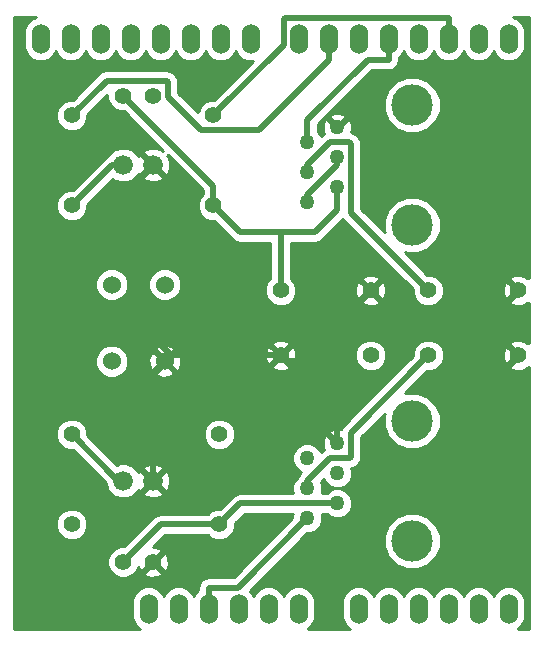
<source format=gbl>
G04 (created by PCBNEW-RS274X (2012-apr-16-27)-stable) date Thu 10 Jul 2014 06:21:53 PM PDT*
G01*
G70*
G90*
%MOIN*%
G04 Gerber Fmt 3.4, Leading zero omitted, Abs format*
%FSLAX34Y34*%
G04 APERTURE LIST*
%ADD10C,0.006000*%
%ADD11C,0.055000*%
%ADD12C,0.060000*%
%ADD13C,0.066000*%
%ADD14C,0.138000*%
%ADD15C,0.050000*%
%ADD16O,0.060000X0.100000*%
%ADD17C,0.020000*%
%ADD18C,0.010000*%
G04 APERTURE END LIST*
G54D10*
G54D11*
X27165Y-31177D03*
X27165Y-34177D03*
X27165Y-44807D03*
X27165Y-41807D03*
X31890Y-31177D03*
X31890Y-34177D03*
X32087Y-41807D03*
X32087Y-44807D03*
X34131Y-37008D03*
X37131Y-37008D03*
X37131Y-39173D03*
X34131Y-39173D03*
X39052Y-37008D03*
X42052Y-37008D03*
X39052Y-39173D03*
X42052Y-39173D03*
G54D12*
X28496Y-39371D03*
X30268Y-39371D03*
X28496Y-36811D03*
X30268Y-36811D03*
G54D13*
X28882Y-32825D03*
X29882Y-32825D03*
X28882Y-43356D03*
X29882Y-43356D03*
G54D14*
X38522Y-34825D03*
X38522Y-30825D03*
G54D15*
X35022Y-34075D03*
X36022Y-33575D03*
X35022Y-33075D03*
X36022Y-32575D03*
X35022Y-32075D03*
X36022Y-31575D03*
G54D14*
X38522Y-45356D03*
X38522Y-41356D03*
G54D15*
X35022Y-44606D03*
X36022Y-44106D03*
X35022Y-43606D03*
X36022Y-43106D03*
X35022Y-42606D03*
X36022Y-42106D03*
G54D11*
X28882Y-30512D03*
X29882Y-30512D03*
X28882Y-46063D03*
X29882Y-46063D03*
G54D16*
X41732Y-47622D03*
X40732Y-47622D03*
X39732Y-47622D03*
X36732Y-47622D03*
X37732Y-47622D03*
X38732Y-47622D03*
X34732Y-47622D03*
X33732Y-47622D03*
X32732Y-47622D03*
X30732Y-47622D03*
X29732Y-47622D03*
X41732Y-28622D03*
X40732Y-28622D03*
X39732Y-28622D03*
X38732Y-28622D03*
X37732Y-28622D03*
X36732Y-28622D03*
X35732Y-28622D03*
X34732Y-28622D03*
X33132Y-28622D03*
X32132Y-28622D03*
X31132Y-28622D03*
X30132Y-28622D03*
X29132Y-28622D03*
X28132Y-28622D03*
X27132Y-28622D03*
X26132Y-28622D03*
X31732Y-47622D03*
G54D17*
X36022Y-32826D02*
X35022Y-33826D01*
X32709Y-46919D02*
X35022Y-44606D01*
X36022Y-32575D02*
X36022Y-32826D01*
X35022Y-33826D02*
X35022Y-34075D01*
X31732Y-47622D02*
X31732Y-46919D01*
X31732Y-46919D02*
X32709Y-46919D01*
X35022Y-31332D02*
X35022Y-32075D01*
X37029Y-29325D02*
X35022Y-31332D01*
X37732Y-29325D02*
X37029Y-29325D01*
X37732Y-28622D02*
X37732Y-29325D01*
X28327Y-30015D02*
X27165Y-31177D01*
X35732Y-29325D02*
X33401Y-31656D01*
X33401Y-31656D02*
X31468Y-31656D01*
X30371Y-30559D02*
X30371Y-30072D01*
X31468Y-31656D02*
X30371Y-30559D01*
X30314Y-30015D02*
X28327Y-30015D01*
X30371Y-30072D02*
X30314Y-30015D01*
X35732Y-28622D02*
X35732Y-29325D01*
X34229Y-28838D02*
X31890Y-31177D01*
X34229Y-27976D02*
X34229Y-28838D01*
X34286Y-27919D02*
X34229Y-27976D01*
X39732Y-27919D02*
X34286Y-27919D01*
X39732Y-28622D02*
X39732Y-27919D01*
X34331Y-39373D02*
X34766Y-39373D01*
X30466Y-39173D02*
X34131Y-39173D01*
X30268Y-39371D02*
X30466Y-39173D01*
X29882Y-32825D02*
X29383Y-33324D01*
X29383Y-33324D02*
X29383Y-38090D01*
X29383Y-38090D02*
X30466Y-39173D01*
X29882Y-43356D02*
X29882Y-39757D01*
X29882Y-39757D02*
X30268Y-39371D01*
X34766Y-39373D02*
X37131Y-37008D01*
X36022Y-42106D02*
X36022Y-40629D01*
X36022Y-40629D02*
X34766Y-39373D01*
X34131Y-39173D02*
X34331Y-39373D01*
X28517Y-32825D02*
X27165Y-34177D01*
X28882Y-32825D02*
X28517Y-32825D01*
X36476Y-34432D02*
X39052Y-37008D01*
X35022Y-32826D02*
X35773Y-32075D01*
X36419Y-32075D02*
X36476Y-32132D01*
X35773Y-32075D02*
X36419Y-32075D01*
X36476Y-32132D02*
X36476Y-34432D01*
X35022Y-33075D02*
X35022Y-32826D01*
X36476Y-41749D02*
X39052Y-39173D01*
X36476Y-42549D02*
X36476Y-41749D01*
X36419Y-42606D02*
X36476Y-42549D01*
X35773Y-42606D02*
X36419Y-42606D01*
X35022Y-43357D02*
X35773Y-42606D01*
X35022Y-43606D02*
X35022Y-43357D01*
X28714Y-43356D02*
X27165Y-41807D01*
X28882Y-43356D02*
X28714Y-43356D01*
X31890Y-33520D02*
X31890Y-34177D01*
X28882Y-30512D02*
X31890Y-33520D01*
X35273Y-35075D02*
X36022Y-34326D01*
X36022Y-34326D02*
X36022Y-33575D01*
X31890Y-34177D02*
X32788Y-35075D01*
X32788Y-35075D02*
X34131Y-35075D01*
X34131Y-35075D02*
X34131Y-37008D01*
X34131Y-35075D02*
X35273Y-35075D01*
X30138Y-44807D02*
X32087Y-44807D01*
X28882Y-46063D02*
X30138Y-44807D01*
X32788Y-44106D02*
X32087Y-44807D01*
X36022Y-44106D02*
X32788Y-44106D01*
G54D10*
G36*
X29953Y-30512D02*
X29882Y-30583D01*
X29811Y-30512D01*
X29882Y-30441D01*
X29953Y-30512D01*
X29953Y-30512D01*
G37*
G54D18*
X29953Y-30512D02*
X29882Y-30583D01*
X29811Y-30512D01*
X29882Y-30441D01*
X29953Y-30512D01*
G54D10*
G36*
X32782Y-47672D02*
X32682Y-47672D01*
X32682Y-47572D01*
X32782Y-47572D01*
X32782Y-47672D01*
X32782Y-47672D01*
G37*
G54D18*
X32782Y-47672D02*
X32682Y-47672D01*
X32682Y-47572D01*
X32782Y-47572D01*
X32782Y-47672D01*
G54D10*
G36*
X42403Y-48297D02*
X42342Y-48297D01*
X42030Y-48297D01*
X42038Y-48294D01*
X42189Y-48142D01*
X42272Y-47944D01*
X42272Y-47729D01*
X42272Y-47301D01*
X42190Y-47102D01*
X42038Y-46951D01*
X41840Y-46868D01*
X41625Y-46868D01*
X41426Y-46950D01*
X41275Y-47102D01*
X41232Y-47204D01*
X41190Y-47102D01*
X41038Y-46951D01*
X40840Y-46868D01*
X40625Y-46868D01*
X40426Y-46950D01*
X40275Y-47102D01*
X40232Y-47204D01*
X40190Y-47102D01*
X40038Y-46951D01*
X39840Y-46868D01*
X39625Y-46868D01*
X39462Y-46935D01*
X39462Y-45544D01*
X39462Y-45170D01*
X39319Y-44824D01*
X39055Y-44560D01*
X38710Y-44416D01*
X38336Y-44416D01*
X37990Y-44559D01*
X37726Y-44823D01*
X37582Y-45168D01*
X37582Y-45542D01*
X37725Y-45888D01*
X37989Y-46152D01*
X38334Y-46296D01*
X38708Y-46296D01*
X39054Y-46153D01*
X39318Y-45889D01*
X39462Y-45544D01*
X39462Y-46935D01*
X39426Y-46950D01*
X39275Y-47102D01*
X39232Y-47204D01*
X39190Y-47102D01*
X39038Y-46951D01*
X38840Y-46868D01*
X38625Y-46868D01*
X38426Y-46950D01*
X38275Y-47102D01*
X38232Y-47204D01*
X38190Y-47102D01*
X38038Y-46951D01*
X37840Y-46868D01*
X37625Y-46868D01*
X37426Y-46950D01*
X37275Y-47102D01*
X37232Y-47204D01*
X37190Y-47102D01*
X37038Y-46951D01*
X36840Y-46868D01*
X36625Y-46868D01*
X36426Y-46950D01*
X36275Y-47102D01*
X36192Y-47300D01*
X36192Y-47515D01*
X36192Y-47943D01*
X36274Y-48142D01*
X36426Y-48293D01*
X36435Y-48297D01*
X35030Y-48297D01*
X35038Y-48294D01*
X35189Y-48142D01*
X35272Y-47944D01*
X35272Y-47729D01*
X35272Y-47301D01*
X35190Y-47102D01*
X35038Y-46951D01*
X34840Y-46868D01*
X34625Y-46868D01*
X34426Y-46950D01*
X34275Y-47102D01*
X34232Y-47204D01*
X34190Y-47102D01*
X34038Y-46951D01*
X33840Y-46868D01*
X33625Y-46868D01*
X33426Y-46950D01*
X33275Y-47102D01*
X33232Y-47203D01*
X33221Y-47165D01*
X33102Y-47019D01*
X35017Y-45105D01*
X35121Y-45105D01*
X35304Y-45029D01*
X35445Y-44889D01*
X35521Y-44705D01*
X35521Y-44507D01*
X35499Y-44456D01*
X35666Y-44456D01*
X35739Y-44529D01*
X35923Y-44605D01*
X36121Y-44605D01*
X36304Y-44529D01*
X36445Y-44389D01*
X36521Y-44205D01*
X36521Y-44007D01*
X36445Y-43824D01*
X36305Y-43683D01*
X36121Y-43607D01*
X35923Y-43607D01*
X35740Y-43683D01*
X35666Y-43756D01*
X35499Y-43756D01*
X35521Y-43705D01*
X35521Y-43507D01*
X35475Y-43397D01*
X35565Y-43307D01*
X35599Y-43388D01*
X35739Y-43529D01*
X35923Y-43605D01*
X36121Y-43605D01*
X36304Y-43529D01*
X36445Y-43389D01*
X36521Y-43205D01*
X36521Y-43007D01*
X36493Y-42940D01*
X36553Y-42929D01*
X36666Y-42853D01*
X36723Y-42797D01*
X36723Y-42796D01*
X36799Y-42683D01*
X36825Y-42549D01*
X36826Y-42549D01*
X36826Y-41893D01*
X37604Y-41114D01*
X37582Y-41168D01*
X37582Y-41542D01*
X37725Y-41888D01*
X37989Y-42152D01*
X38334Y-42296D01*
X38708Y-42296D01*
X39054Y-42153D01*
X39318Y-41889D01*
X39462Y-41544D01*
X39462Y-41170D01*
X39319Y-40824D01*
X39055Y-40560D01*
X38710Y-40416D01*
X38336Y-40416D01*
X38279Y-40439D01*
X39021Y-39698D01*
X39156Y-39698D01*
X39349Y-39618D01*
X39497Y-39471D01*
X39577Y-39278D01*
X39577Y-39069D01*
X39497Y-38876D01*
X39350Y-38728D01*
X39157Y-38648D01*
X38948Y-38648D01*
X38755Y-38728D01*
X38607Y-38875D01*
X38527Y-39068D01*
X38527Y-39204D01*
X37656Y-40075D01*
X37656Y-39278D01*
X37656Y-39069D01*
X37650Y-39054D01*
X37650Y-37082D01*
X37639Y-36878D01*
X37583Y-36741D01*
X37492Y-36718D01*
X37421Y-36789D01*
X37421Y-36647D01*
X37398Y-36556D01*
X37205Y-36489D01*
X37001Y-36500D01*
X36864Y-36556D01*
X36841Y-36647D01*
X37131Y-36937D01*
X37421Y-36647D01*
X37421Y-36789D01*
X37202Y-37008D01*
X37492Y-37298D01*
X37583Y-37275D01*
X37650Y-37082D01*
X37650Y-39054D01*
X37576Y-38876D01*
X37429Y-38728D01*
X37421Y-38724D01*
X37421Y-37369D01*
X37131Y-37079D01*
X37060Y-37150D01*
X37060Y-37008D01*
X36770Y-36718D01*
X36679Y-36741D01*
X36612Y-36934D01*
X36623Y-37138D01*
X36679Y-37275D01*
X36770Y-37298D01*
X37060Y-37008D01*
X37060Y-37150D01*
X36841Y-37369D01*
X36864Y-37460D01*
X37057Y-37527D01*
X37261Y-37516D01*
X37398Y-37460D01*
X37421Y-37369D01*
X37421Y-38724D01*
X37236Y-38648D01*
X37027Y-38648D01*
X36834Y-38728D01*
X36686Y-38875D01*
X36606Y-39068D01*
X36606Y-39277D01*
X36686Y-39470D01*
X36833Y-39618D01*
X37026Y-39698D01*
X37235Y-39698D01*
X37428Y-39618D01*
X37576Y-39471D01*
X37656Y-39278D01*
X37656Y-40075D01*
X36229Y-41502D01*
X36153Y-41615D01*
X36149Y-41631D01*
X36090Y-41611D01*
X35895Y-41623D01*
X35770Y-41675D01*
X35750Y-41763D01*
X35987Y-42000D01*
X36022Y-42035D01*
X36093Y-42106D01*
X36022Y-42177D01*
X35951Y-42106D01*
X35916Y-42071D01*
X35679Y-41834D01*
X35591Y-41854D01*
X35527Y-42038D01*
X35539Y-42233D01*
X35576Y-42324D01*
X35525Y-42359D01*
X35478Y-42405D01*
X35445Y-42324D01*
X35305Y-42183D01*
X35121Y-42107D01*
X34923Y-42107D01*
X34740Y-42183D01*
X34650Y-42272D01*
X34650Y-39247D01*
X34639Y-39043D01*
X34583Y-38906D01*
X34492Y-38883D01*
X34421Y-38954D01*
X34421Y-38812D01*
X34398Y-38721D01*
X34205Y-38654D01*
X34001Y-38665D01*
X33864Y-38721D01*
X33841Y-38812D01*
X34131Y-39102D01*
X34421Y-38812D01*
X34421Y-38954D01*
X34202Y-39173D01*
X34492Y-39463D01*
X34583Y-39440D01*
X34650Y-39247D01*
X34650Y-42272D01*
X34599Y-42323D01*
X34523Y-42507D01*
X34523Y-42705D01*
X34599Y-42888D01*
X34739Y-43029D01*
X34821Y-43063D01*
X34775Y-43110D01*
X34699Y-43223D01*
X34698Y-43223D01*
X34599Y-43323D01*
X34523Y-43507D01*
X34523Y-43705D01*
X34544Y-43756D01*
X34421Y-43756D01*
X34421Y-39534D01*
X34131Y-39244D01*
X34060Y-39315D01*
X34060Y-39173D01*
X33770Y-38883D01*
X33679Y-38906D01*
X33612Y-39099D01*
X33623Y-39303D01*
X33679Y-39440D01*
X33770Y-39463D01*
X34060Y-39173D01*
X34060Y-39315D01*
X33841Y-39534D01*
X33864Y-39625D01*
X34057Y-39692D01*
X34261Y-39681D01*
X34398Y-39625D01*
X34421Y-39534D01*
X34421Y-43756D01*
X32788Y-43756D01*
X32654Y-43783D01*
X32612Y-43811D01*
X32612Y-41912D01*
X32612Y-41703D01*
X32532Y-41510D01*
X32385Y-41362D01*
X32192Y-41282D01*
X31983Y-41282D01*
X31790Y-41362D01*
X31642Y-41509D01*
X31562Y-41702D01*
X31562Y-41911D01*
X31642Y-42104D01*
X31789Y-42252D01*
X31982Y-42332D01*
X32191Y-42332D01*
X32384Y-42252D01*
X32532Y-42105D01*
X32612Y-41912D01*
X32612Y-43811D01*
X32540Y-43859D01*
X32117Y-44282D01*
X31983Y-44282D01*
X31790Y-44362D01*
X31694Y-44457D01*
X30817Y-44457D01*
X30817Y-36920D01*
X30817Y-36702D01*
X30733Y-36500D01*
X30579Y-36346D01*
X30455Y-36294D01*
X30377Y-36262D01*
X30211Y-36262D01*
X30211Y-33225D01*
X29882Y-32896D01*
X29811Y-32967D01*
X29811Y-32825D01*
X29482Y-32496D01*
X29386Y-32526D01*
X29374Y-32497D01*
X29211Y-32334D01*
X28998Y-32245D01*
X28767Y-32245D01*
X28554Y-32333D01*
X28391Y-32496D01*
X28388Y-32500D01*
X28383Y-32502D01*
X28270Y-32578D01*
X27196Y-33652D01*
X27061Y-33652D01*
X26868Y-33732D01*
X26720Y-33879D01*
X26640Y-34072D01*
X26640Y-34281D01*
X26720Y-34474D01*
X26867Y-34622D01*
X27060Y-34702D01*
X27269Y-34702D01*
X27462Y-34622D01*
X27610Y-34475D01*
X27690Y-34282D01*
X27690Y-34146D01*
X28536Y-33299D01*
X28553Y-33316D01*
X28766Y-33405D01*
X28997Y-33405D01*
X29210Y-33317D01*
X29373Y-33154D01*
X29385Y-33122D01*
X29386Y-33123D01*
X29482Y-33154D01*
X29811Y-32825D01*
X29811Y-32967D01*
X29553Y-33225D01*
X29584Y-33321D01*
X29796Y-33398D01*
X30021Y-33387D01*
X30180Y-33321D01*
X30211Y-33225D01*
X30211Y-36262D01*
X30159Y-36262D01*
X29957Y-36346D01*
X29803Y-36500D01*
X29719Y-36702D01*
X29719Y-36920D01*
X29803Y-37122D01*
X29957Y-37276D01*
X30159Y-37360D01*
X30377Y-37360D01*
X30579Y-37276D01*
X30733Y-37122D01*
X30817Y-36920D01*
X30817Y-44457D01*
X30811Y-44457D01*
X30811Y-39450D01*
X30800Y-39237D01*
X30740Y-39090D01*
X30646Y-39063D01*
X30576Y-39133D01*
X30576Y-38993D01*
X30549Y-38899D01*
X30347Y-38828D01*
X30134Y-38839D01*
X29987Y-38899D01*
X29960Y-38993D01*
X30268Y-39300D01*
X30576Y-38993D01*
X30576Y-39133D01*
X30339Y-39371D01*
X30646Y-39679D01*
X30740Y-39652D01*
X30811Y-39450D01*
X30811Y-44457D01*
X30576Y-44457D01*
X30576Y-39749D01*
X30268Y-39442D01*
X30197Y-39512D01*
X30197Y-39371D01*
X29890Y-39063D01*
X29796Y-39090D01*
X29725Y-39292D01*
X29736Y-39505D01*
X29796Y-39652D01*
X29890Y-39679D01*
X30197Y-39371D01*
X30197Y-39512D01*
X29960Y-39749D01*
X29987Y-39843D01*
X30189Y-39914D01*
X30402Y-39903D01*
X30549Y-39843D01*
X30576Y-39749D01*
X30576Y-44457D01*
X30455Y-44457D01*
X30455Y-43442D01*
X30444Y-43217D01*
X30378Y-43058D01*
X30282Y-43027D01*
X30211Y-43098D01*
X30211Y-42956D01*
X30180Y-42860D01*
X29968Y-42783D01*
X29743Y-42794D01*
X29584Y-42860D01*
X29553Y-42956D01*
X29882Y-43285D01*
X30211Y-42956D01*
X30211Y-43098D01*
X29953Y-43356D01*
X30282Y-43685D01*
X30378Y-43654D01*
X30455Y-43442D01*
X30455Y-44457D01*
X30211Y-44457D01*
X30211Y-43756D01*
X29882Y-43427D01*
X29811Y-43498D01*
X29811Y-43356D01*
X29482Y-43027D01*
X29386Y-43057D01*
X29374Y-43028D01*
X29211Y-42865D01*
X29045Y-42795D01*
X29045Y-39480D01*
X29045Y-39262D01*
X29045Y-36920D01*
X29045Y-36702D01*
X28961Y-36500D01*
X28807Y-36346D01*
X28605Y-36262D01*
X28387Y-36262D01*
X28185Y-36346D01*
X28031Y-36500D01*
X27947Y-36702D01*
X27947Y-36920D01*
X28031Y-37122D01*
X28185Y-37276D01*
X28387Y-37360D01*
X28605Y-37360D01*
X28807Y-37276D01*
X28961Y-37122D01*
X29045Y-36920D01*
X29045Y-39262D01*
X28961Y-39060D01*
X28807Y-38906D01*
X28605Y-38822D01*
X28387Y-38822D01*
X28185Y-38906D01*
X28031Y-39060D01*
X27947Y-39262D01*
X27947Y-39480D01*
X28031Y-39682D01*
X28185Y-39836D01*
X28387Y-39920D01*
X28605Y-39920D01*
X28807Y-39836D01*
X28961Y-39682D01*
X29045Y-39480D01*
X29045Y-42795D01*
X28998Y-42776D01*
X28767Y-42776D01*
X28669Y-42816D01*
X27690Y-41837D01*
X27690Y-41703D01*
X27610Y-41510D01*
X27463Y-41362D01*
X27270Y-41282D01*
X27061Y-41282D01*
X26868Y-41362D01*
X26720Y-41509D01*
X26640Y-41702D01*
X26640Y-41911D01*
X26720Y-42104D01*
X26867Y-42252D01*
X27060Y-42332D01*
X27195Y-42332D01*
X28302Y-43438D01*
X28302Y-43471D01*
X28390Y-43684D01*
X28553Y-43847D01*
X28766Y-43936D01*
X28997Y-43936D01*
X29210Y-43848D01*
X29373Y-43685D01*
X29385Y-43653D01*
X29386Y-43654D01*
X29482Y-43685D01*
X29811Y-43356D01*
X29811Y-43498D01*
X29553Y-43756D01*
X29584Y-43852D01*
X29796Y-43929D01*
X30021Y-43918D01*
X30180Y-43852D01*
X30211Y-43756D01*
X30211Y-44457D01*
X30138Y-44457D01*
X30004Y-44484D01*
X29890Y-44560D01*
X28912Y-45538D01*
X28778Y-45538D01*
X28585Y-45618D01*
X28437Y-45765D01*
X28357Y-45958D01*
X28357Y-46167D01*
X28437Y-46360D01*
X28584Y-46508D01*
X28777Y-46588D01*
X28986Y-46588D01*
X29179Y-46508D01*
X29327Y-46361D01*
X29385Y-46220D01*
X29430Y-46330D01*
X29521Y-46353D01*
X29776Y-46098D01*
X29811Y-46063D01*
X29882Y-45992D01*
X29917Y-45957D01*
X30172Y-45702D01*
X30149Y-45611D01*
X29956Y-45544D01*
X29892Y-45547D01*
X30282Y-45157D01*
X31694Y-45157D01*
X31789Y-45252D01*
X31982Y-45332D01*
X32191Y-45332D01*
X32384Y-45252D01*
X32532Y-45105D01*
X32612Y-44912D01*
X32612Y-44776D01*
X32932Y-44456D01*
X34544Y-44456D01*
X34523Y-44507D01*
X34523Y-44610D01*
X32564Y-46569D01*
X31732Y-46569D01*
X31598Y-46596D01*
X31485Y-46672D01*
X31409Y-46785D01*
X31382Y-46919D01*
X31382Y-46994D01*
X31275Y-47102D01*
X31232Y-47204D01*
X31190Y-47102D01*
X31038Y-46951D01*
X30840Y-46868D01*
X30625Y-46868D01*
X30426Y-46950D01*
X30401Y-46975D01*
X30401Y-46137D01*
X30390Y-45933D01*
X30334Y-45796D01*
X30243Y-45773D01*
X29953Y-46063D01*
X30243Y-46353D01*
X30334Y-46330D01*
X30401Y-46137D01*
X30401Y-46975D01*
X30275Y-47102D01*
X30232Y-47204D01*
X30190Y-47102D01*
X30172Y-47084D01*
X30172Y-46424D01*
X29882Y-46134D01*
X29592Y-46424D01*
X29615Y-46515D01*
X29808Y-46582D01*
X30012Y-46571D01*
X30149Y-46515D01*
X30172Y-46424D01*
X30172Y-47084D01*
X30038Y-46951D01*
X29840Y-46868D01*
X29625Y-46868D01*
X29426Y-46950D01*
X29275Y-47102D01*
X29192Y-47300D01*
X29192Y-47515D01*
X29192Y-47943D01*
X29274Y-48142D01*
X29426Y-48293D01*
X29435Y-48297D01*
X27690Y-48297D01*
X27690Y-44912D01*
X27690Y-44703D01*
X27610Y-44510D01*
X27463Y-44362D01*
X27270Y-44282D01*
X27061Y-44282D01*
X26868Y-44362D01*
X26720Y-44509D01*
X26640Y-44702D01*
X26640Y-44911D01*
X26720Y-45104D01*
X26867Y-45252D01*
X27060Y-45332D01*
X27269Y-45332D01*
X27462Y-45252D01*
X27610Y-45105D01*
X27690Y-44912D01*
X27690Y-48297D01*
X25258Y-48297D01*
X25258Y-27884D01*
X25986Y-27884D01*
X25826Y-27950D01*
X25675Y-28102D01*
X25592Y-28300D01*
X25592Y-28515D01*
X25592Y-28943D01*
X25674Y-29142D01*
X25826Y-29293D01*
X26024Y-29376D01*
X26239Y-29376D01*
X26438Y-29294D01*
X26589Y-29142D01*
X26631Y-29039D01*
X26674Y-29142D01*
X26826Y-29293D01*
X27024Y-29376D01*
X27239Y-29376D01*
X27438Y-29294D01*
X27589Y-29142D01*
X27631Y-29039D01*
X27674Y-29142D01*
X27826Y-29293D01*
X28024Y-29376D01*
X28239Y-29376D01*
X28438Y-29294D01*
X28589Y-29142D01*
X28631Y-29039D01*
X28674Y-29142D01*
X28826Y-29293D01*
X29024Y-29376D01*
X29239Y-29376D01*
X29438Y-29294D01*
X29589Y-29142D01*
X29631Y-29039D01*
X29674Y-29142D01*
X29826Y-29293D01*
X30024Y-29376D01*
X30239Y-29376D01*
X30438Y-29294D01*
X30589Y-29142D01*
X30631Y-29039D01*
X30674Y-29142D01*
X30826Y-29293D01*
X31024Y-29376D01*
X31239Y-29376D01*
X31438Y-29294D01*
X31589Y-29142D01*
X31631Y-29039D01*
X31674Y-29142D01*
X31826Y-29293D01*
X32024Y-29376D01*
X32239Y-29376D01*
X32438Y-29294D01*
X32589Y-29142D01*
X32631Y-29039D01*
X32674Y-29142D01*
X32826Y-29293D01*
X33024Y-29376D01*
X33196Y-29376D01*
X31920Y-30652D01*
X31786Y-30652D01*
X31593Y-30732D01*
X31445Y-30879D01*
X31369Y-31062D01*
X30721Y-30414D01*
X30721Y-30072D01*
X30694Y-29938D01*
X30618Y-29825D01*
X30618Y-29824D01*
X30561Y-29768D01*
X30448Y-29692D01*
X30314Y-29665D01*
X28327Y-29665D01*
X28193Y-29692D01*
X28079Y-29768D01*
X27195Y-30652D01*
X27061Y-30652D01*
X26868Y-30732D01*
X26720Y-30879D01*
X26640Y-31072D01*
X26640Y-31281D01*
X26720Y-31474D01*
X26867Y-31622D01*
X27060Y-31702D01*
X27269Y-31702D01*
X27462Y-31622D01*
X27610Y-31475D01*
X27690Y-31282D01*
X27690Y-31146D01*
X28357Y-30479D01*
X28357Y-30616D01*
X28437Y-30809D01*
X28584Y-30957D01*
X28777Y-31037D01*
X28912Y-31037D01*
X30220Y-32344D01*
X30193Y-32371D01*
X30180Y-32329D01*
X29968Y-32252D01*
X29743Y-32263D01*
X29584Y-32329D01*
X29553Y-32425D01*
X29847Y-32719D01*
X29882Y-32754D01*
X29953Y-32825D01*
X29988Y-32860D01*
X30282Y-33154D01*
X30378Y-33123D01*
X30455Y-32911D01*
X30444Y-32686D01*
X30378Y-32527D01*
X30335Y-32513D01*
X30362Y-32486D01*
X31540Y-33664D01*
X31540Y-33784D01*
X31445Y-33879D01*
X31365Y-34072D01*
X31365Y-34281D01*
X31445Y-34474D01*
X31592Y-34622D01*
X31785Y-34702D01*
X31920Y-34702D01*
X32540Y-35322D01*
X32541Y-35322D01*
X32585Y-35352D01*
X32654Y-35398D01*
X32787Y-35424D01*
X32788Y-35425D01*
X33781Y-35425D01*
X33781Y-36615D01*
X33686Y-36710D01*
X33606Y-36903D01*
X33606Y-37112D01*
X33686Y-37305D01*
X33833Y-37453D01*
X34026Y-37533D01*
X34235Y-37533D01*
X34428Y-37453D01*
X34576Y-37306D01*
X34656Y-37113D01*
X34656Y-36904D01*
X34576Y-36711D01*
X34481Y-36615D01*
X34481Y-35425D01*
X35273Y-35425D01*
X35273Y-35424D01*
X35407Y-35398D01*
X35520Y-35322D01*
X36202Y-34640D01*
X36229Y-34679D01*
X38527Y-36977D01*
X38527Y-37112D01*
X38607Y-37305D01*
X38754Y-37453D01*
X38947Y-37533D01*
X39156Y-37533D01*
X39349Y-37453D01*
X39497Y-37306D01*
X39577Y-37113D01*
X39577Y-36904D01*
X39497Y-36711D01*
X39350Y-36563D01*
X39157Y-36483D01*
X39021Y-36483D01*
X38280Y-35742D01*
X38334Y-35765D01*
X38708Y-35765D01*
X39054Y-35622D01*
X39318Y-35358D01*
X39462Y-35013D01*
X39462Y-34639D01*
X39462Y-31013D01*
X39462Y-30639D01*
X39319Y-30293D01*
X39055Y-30029D01*
X38710Y-29885D01*
X38336Y-29885D01*
X37990Y-30028D01*
X37726Y-30292D01*
X37582Y-30637D01*
X37582Y-31011D01*
X37725Y-31357D01*
X37989Y-31621D01*
X38334Y-31765D01*
X38708Y-31765D01*
X39054Y-31622D01*
X39318Y-31358D01*
X39462Y-31013D01*
X39462Y-34639D01*
X39319Y-34293D01*
X39055Y-34029D01*
X38710Y-33885D01*
X38336Y-33885D01*
X37990Y-34028D01*
X37726Y-34292D01*
X37582Y-34637D01*
X37582Y-35011D01*
X37605Y-35067D01*
X36826Y-34288D01*
X36826Y-32132D01*
X36799Y-31998D01*
X36723Y-31885D01*
X36723Y-31884D01*
X36666Y-31828D01*
X36553Y-31752D01*
X36483Y-31738D01*
X36517Y-31643D01*
X36505Y-31448D01*
X36453Y-31323D01*
X36365Y-31303D01*
X36294Y-31374D01*
X36294Y-31232D01*
X36274Y-31144D01*
X36090Y-31080D01*
X35895Y-31092D01*
X35770Y-31144D01*
X35750Y-31232D01*
X36022Y-31504D01*
X36294Y-31232D01*
X36294Y-31374D01*
X36128Y-31540D01*
X36093Y-31575D01*
X36022Y-31646D01*
X35951Y-31575D01*
X35916Y-31540D01*
X35679Y-31303D01*
X35591Y-31323D01*
X35527Y-31507D01*
X35539Y-31702D01*
X35576Y-31793D01*
X35525Y-31828D01*
X35478Y-31874D01*
X35445Y-31793D01*
X35372Y-31719D01*
X35372Y-31476D01*
X37173Y-29675D01*
X37732Y-29675D01*
X37866Y-29648D01*
X37979Y-29572D01*
X38055Y-29459D01*
X38082Y-29325D01*
X38082Y-29249D01*
X38189Y-29142D01*
X38231Y-29039D01*
X38274Y-29142D01*
X38426Y-29293D01*
X38624Y-29376D01*
X38839Y-29376D01*
X39038Y-29294D01*
X39189Y-29142D01*
X39231Y-29039D01*
X39274Y-29142D01*
X39426Y-29293D01*
X39624Y-29376D01*
X39839Y-29376D01*
X40038Y-29294D01*
X40189Y-29142D01*
X40231Y-29039D01*
X40274Y-29142D01*
X40426Y-29293D01*
X40624Y-29376D01*
X40839Y-29376D01*
X41038Y-29294D01*
X41189Y-29142D01*
X41231Y-29039D01*
X41274Y-29142D01*
X41426Y-29293D01*
X41624Y-29376D01*
X41839Y-29376D01*
X42038Y-29294D01*
X42189Y-29142D01*
X42272Y-28944D01*
X42272Y-28729D01*
X42272Y-28301D01*
X42190Y-28102D01*
X42038Y-27951D01*
X41878Y-27884D01*
X42403Y-27884D01*
X42403Y-36604D01*
X42359Y-36560D01*
X42327Y-36591D01*
X42319Y-36556D01*
X42126Y-36489D01*
X41922Y-36500D01*
X41785Y-36556D01*
X41762Y-36647D01*
X42017Y-36902D01*
X42052Y-36937D01*
X42123Y-37008D01*
X42052Y-37079D01*
X42017Y-37114D01*
X41981Y-37150D01*
X41981Y-37008D01*
X41691Y-36718D01*
X41600Y-36741D01*
X41533Y-36934D01*
X41544Y-37138D01*
X41600Y-37275D01*
X41691Y-37298D01*
X41981Y-37008D01*
X41981Y-37150D01*
X41762Y-37369D01*
X41785Y-37460D01*
X41978Y-37527D01*
X42182Y-37516D01*
X42319Y-37460D01*
X42327Y-37424D01*
X42342Y-37439D01*
X42359Y-37456D01*
X42403Y-37412D01*
X42403Y-38769D01*
X42359Y-38725D01*
X42342Y-38742D01*
X42327Y-38756D01*
X42319Y-38721D01*
X42126Y-38654D01*
X41922Y-38665D01*
X41785Y-38721D01*
X41762Y-38812D01*
X42017Y-39067D01*
X42052Y-39102D01*
X42123Y-39173D01*
X42052Y-39244D01*
X42017Y-39279D01*
X41981Y-39315D01*
X41981Y-39173D01*
X41691Y-38883D01*
X41600Y-38906D01*
X41533Y-39099D01*
X41544Y-39303D01*
X41600Y-39440D01*
X41691Y-39463D01*
X41981Y-39173D01*
X41981Y-39315D01*
X41762Y-39534D01*
X41785Y-39625D01*
X41978Y-39692D01*
X42182Y-39681D01*
X42319Y-39625D01*
X42327Y-39589D01*
X42342Y-39604D01*
X42359Y-39621D01*
X42403Y-39577D01*
X42403Y-48297D01*
X42403Y-48297D01*
G37*
G54D18*
X42403Y-48297D02*
X42342Y-48297D01*
X42030Y-48297D01*
X42038Y-48294D01*
X42189Y-48142D01*
X42272Y-47944D01*
X42272Y-47729D01*
X42272Y-47301D01*
X42190Y-47102D01*
X42038Y-46951D01*
X41840Y-46868D01*
X41625Y-46868D01*
X41426Y-46950D01*
X41275Y-47102D01*
X41232Y-47204D01*
X41190Y-47102D01*
X41038Y-46951D01*
X40840Y-46868D01*
X40625Y-46868D01*
X40426Y-46950D01*
X40275Y-47102D01*
X40232Y-47204D01*
X40190Y-47102D01*
X40038Y-46951D01*
X39840Y-46868D01*
X39625Y-46868D01*
X39462Y-46935D01*
X39462Y-45544D01*
X39462Y-45170D01*
X39319Y-44824D01*
X39055Y-44560D01*
X38710Y-44416D01*
X38336Y-44416D01*
X37990Y-44559D01*
X37726Y-44823D01*
X37582Y-45168D01*
X37582Y-45542D01*
X37725Y-45888D01*
X37989Y-46152D01*
X38334Y-46296D01*
X38708Y-46296D01*
X39054Y-46153D01*
X39318Y-45889D01*
X39462Y-45544D01*
X39462Y-46935D01*
X39426Y-46950D01*
X39275Y-47102D01*
X39232Y-47204D01*
X39190Y-47102D01*
X39038Y-46951D01*
X38840Y-46868D01*
X38625Y-46868D01*
X38426Y-46950D01*
X38275Y-47102D01*
X38232Y-47204D01*
X38190Y-47102D01*
X38038Y-46951D01*
X37840Y-46868D01*
X37625Y-46868D01*
X37426Y-46950D01*
X37275Y-47102D01*
X37232Y-47204D01*
X37190Y-47102D01*
X37038Y-46951D01*
X36840Y-46868D01*
X36625Y-46868D01*
X36426Y-46950D01*
X36275Y-47102D01*
X36192Y-47300D01*
X36192Y-47515D01*
X36192Y-47943D01*
X36274Y-48142D01*
X36426Y-48293D01*
X36435Y-48297D01*
X35030Y-48297D01*
X35038Y-48294D01*
X35189Y-48142D01*
X35272Y-47944D01*
X35272Y-47729D01*
X35272Y-47301D01*
X35190Y-47102D01*
X35038Y-46951D01*
X34840Y-46868D01*
X34625Y-46868D01*
X34426Y-46950D01*
X34275Y-47102D01*
X34232Y-47204D01*
X34190Y-47102D01*
X34038Y-46951D01*
X33840Y-46868D01*
X33625Y-46868D01*
X33426Y-46950D01*
X33275Y-47102D01*
X33232Y-47203D01*
X33221Y-47165D01*
X33102Y-47019D01*
X35017Y-45105D01*
X35121Y-45105D01*
X35304Y-45029D01*
X35445Y-44889D01*
X35521Y-44705D01*
X35521Y-44507D01*
X35499Y-44456D01*
X35666Y-44456D01*
X35739Y-44529D01*
X35923Y-44605D01*
X36121Y-44605D01*
X36304Y-44529D01*
X36445Y-44389D01*
X36521Y-44205D01*
X36521Y-44007D01*
X36445Y-43824D01*
X36305Y-43683D01*
X36121Y-43607D01*
X35923Y-43607D01*
X35740Y-43683D01*
X35666Y-43756D01*
X35499Y-43756D01*
X35521Y-43705D01*
X35521Y-43507D01*
X35475Y-43397D01*
X35565Y-43307D01*
X35599Y-43388D01*
X35739Y-43529D01*
X35923Y-43605D01*
X36121Y-43605D01*
X36304Y-43529D01*
X36445Y-43389D01*
X36521Y-43205D01*
X36521Y-43007D01*
X36493Y-42940D01*
X36553Y-42929D01*
X36666Y-42853D01*
X36723Y-42797D01*
X36723Y-42796D01*
X36799Y-42683D01*
X36825Y-42549D01*
X36826Y-42549D01*
X36826Y-41893D01*
X37604Y-41114D01*
X37582Y-41168D01*
X37582Y-41542D01*
X37725Y-41888D01*
X37989Y-42152D01*
X38334Y-42296D01*
X38708Y-42296D01*
X39054Y-42153D01*
X39318Y-41889D01*
X39462Y-41544D01*
X39462Y-41170D01*
X39319Y-40824D01*
X39055Y-40560D01*
X38710Y-40416D01*
X38336Y-40416D01*
X38279Y-40439D01*
X39021Y-39698D01*
X39156Y-39698D01*
X39349Y-39618D01*
X39497Y-39471D01*
X39577Y-39278D01*
X39577Y-39069D01*
X39497Y-38876D01*
X39350Y-38728D01*
X39157Y-38648D01*
X38948Y-38648D01*
X38755Y-38728D01*
X38607Y-38875D01*
X38527Y-39068D01*
X38527Y-39204D01*
X37656Y-40075D01*
X37656Y-39278D01*
X37656Y-39069D01*
X37650Y-39054D01*
X37650Y-37082D01*
X37639Y-36878D01*
X37583Y-36741D01*
X37492Y-36718D01*
X37421Y-36789D01*
X37421Y-36647D01*
X37398Y-36556D01*
X37205Y-36489D01*
X37001Y-36500D01*
X36864Y-36556D01*
X36841Y-36647D01*
X37131Y-36937D01*
X37421Y-36647D01*
X37421Y-36789D01*
X37202Y-37008D01*
X37492Y-37298D01*
X37583Y-37275D01*
X37650Y-37082D01*
X37650Y-39054D01*
X37576Y-38876D01*
X37429Y-38728D01*
X37421Y-38724D01*
X37421Y-37369D01*
X37131Y-37079D01*
X37060Y-37150D01*
X37060Y-37008D01*
X36770Y-36718D01*
X36679Y-36741D01*
X36612Y-36934D01*
X36623Y-37138D01*
X36679Y-37275D01*
X36770Y-37298D01*
X37060Y-37008D01*
X37060Y-37150D01*
X36841Y-37369D01*
X36864Y-37460D01*
X37057Y-37527D01*
X37261Y-37516D01*
X37398Y-37460D01*
X37421Y-37369D01*
X37421Y-38724D01*
X37236Y-38648D01*
X37027Y-38648D01*
X36834Y-38728D01*
X36686Y-38875D01*
X36606Y-39068D01*
X36606Y-39277D01*
X36686Y-39470D01*
X36833Y-39618D01*
X37026Y-39698D01*
X37235Y-39698D01*
X37428Y-39618D01*
X37576Y-39471D01*
X37656Y-39278D01*
X37656Y-40075D01*
X36229Y-41502D01*
X36153Y-41615D01*
X36149Y-41631D01*
X36090Y-41611D01*
X35895Y-41623D01*
X35770Y-41675D01*
X35750Y-41763D01*
X35987Y-42000D01*
X36022Y-42035D01*
X36093Y-42106D01*
X36022Y-42177D01*
X35951Y-42106D01*
X35916Y-42071D01*
X35679Y-41834D01*
X35591Y-41854D01*
X35527Y-42038D01*
X35539Y-42233D01*
X35576Y-42324D01*
X35525Y-42359D01*
X35478Y-42405D01*
X35445Y-42324D01*
X35305Y-42183D01*
X35121Y-42107D01*
X34923Y-42107D01*
X34740Y-42183D01*
X34650Y-42272D01*
X34650Y-39247D01*
X34639Y-39043D01*
X34583Y-38906D01*
X34492Y-38883D01*
X34421Y-38954D01*
X34421Y-38812D01*
X34398Y-38721D01*
X34205Y-38654D01*
X34001Y-38665D01*
X33864Y-38721D01*
X33841Y-38812D01*
X34131Y-39102D01*
X34421Y-38812D01*
X34421Y-38954D01*
X34202Y-39173D01*
X34492Y-39463D01*
X34583Y-39440D01*
X34650Y-39247D01*
X34650Y-42272D01*
X34599Y-42323D01*
X34523Y-42507D01*
X34523Y-42705D01*
X34599Y-42888D01*
X34739Y-43029D01*
X34821Y-43063D01*
X34775Y-43110D01*
X34699Y-43223D01*
X34698Y-43223D01*
X34599Y-43323D01*
X34523Y-43507D01*
X34523Y-43705D01*
X34544Y-43756D01*
X34421Y-43756D01*
X34421Y-39534D01*
X34131Y-39244D01*
X34060Y-39315D01*
X34060Y-39173D01*
X33770Y-38883D01*
X33679Y-38906D01*
X33612Y-39099D01*
X33623Y-39303D01*
X33679Y-39440D01*
X33770Y-39463D01*
X34060Y-39173D01*
X34060Y-39315D01*
X33841Y-39534D01*
X33864Y-39625D01*
X34057Y-39692D01*
X34261Y-39681D01*
X34398Y-39625D01*
X34421Y-39534D01*
X34421Y-43756D01*
X32788Y-43756D01*
X32654Y-43783D01*
X32612Y-43811D01*
X32612Y-41912D01*
X32612Y-41703D01*
X32532Y-41510D01*
X32385Y-41362D01*
X32192Y-41282D01*
X31983Y-41282D01*
X31790Y-41362D01*
X31642Y-41509D01*
X31562Y-41702D01*
X31562Y-41911D01*
X31642Y-42104D01*
X31789Y-42252D01*
X31982Y-42332D01*
X32191Y-42332D01*
X32384Y-42252D01*
X32532Y-42105D01*
X32612Y-41912D01*
X32612Y-43811D01*
X32540Y-43859D01*
X32117Y-44282D01*
X31983Y-44282D01*
X31790Y-44362D01*
X31694Y-44457D01*
X30817Y-44457D01*
X30817Y-36920D01*
X30817Y-36702D01*
X30733Y-36500D01*
X30579Y-36346D01*
X30455Y-36294D01*
X30377Y-36262D01*
X30211Y-36262D01*
X30211Y-33225D01*
X29882Y-32896D01*
X29811Y-32967D01*
X29811Y-32825D01*
X29482Y-32496D01*
X29386Y-32526D01*
X29374Y-32497D01*
X29211Y-32334D01*
X28998Y-32245D01*
X28767Y-32245D01*
X28554Y-32333D01*
X28391Y-32496D01*
X28388Y-32500D01*
X28383Y-32502D01*
X28270Y-32578D01*
X27196Y-33652D01*
X27061Y-33652D01*
X26868Y-33732D01*
X26720Y-33879D01*
X26640Y-34072D01*
X26640Y-34281D01*
X26720Y-34474D01*
X26867Y-34622D01*
X27060Y-34702D01*
X27269Y-34702D01*
X27462Y-34622D01*
X27610Y-34475D01*
X27690Y-34282D01*
X27690Y-34146D01*
X28536Y-33299D01*
X28553Y-33316D01*
X28766Y-33405D01*
X28997Y-33405D01*
X29210Y-33317D01*
X29373Y-33154D01*
X29385Y-33122D01*
X29386Y-33123D01*
X29482Y-33154D01*
X29811Y-32825D01*
X29811Y-32967D01*
X29553Y-33225D01*
X29584Y-33321D01*
X29796Y-33398D01*
X30021Y-33387D01*
X30180Y-33321D01*
X30211Y-33225D01*
X30211Y-36262D01*
X30159Y-36262D01*
X29957Y-36346D01*
X29803Y-36500D01*
X29719Y-36702D01*
X29719Y-36920D01*
X29803Y-37122D01*
X29957Y-37276D01*
X30159Y-37360D01*
X30377Y-37360D01*
X30579Y-37276D01*
X30733Y-37122D01*
X30817Y-36920D01*
X30817Y-44457D01*
X30811Y-44457D01*
X30811Y-39450D01*
X30800Y-39237D01*
X30740Y-39090D01*
X30646Y-39063D01*
X30576Y-39133D01*
X30576Y-38993D01*
X30549Y-38899D01*
X30347Y-38828D01*
X30134Y-38839D01*
X29987Y-38899D01*
X29960Y-38993D01*
X30268Y-39300D01*
X30576Y-38993D01*
X30576Y-39133D01*
X30339Y-39371D01*
X30646Y-39679D01*
X30740Y-39652D01*
X30811Y-39450D01*
X30811Y-44457D01*
X30576Y-44457D01*
X30576Y-39749D01*
X30268Y-39442D01*
X30197Y-39512D01*
X30197Y-39371D01*
X29890Y-39063D01*
X29796Y-39090D01*
X29725Y-39292D01*
X29736Y-39505D01*
X29796Y-39652D01*
X29890Y-39679D01*
X30197Y-39371D01*
X30197Y-39512D01*
X29960Y-39749D01*
X29987Y-39843D01*
X30189Y-39914D01*
X30402Y-39903D01*
X30549Y-39843D01*
X30576Y-39749D01*
X30576Y-44457D01*
X30455Y-44457D01*
X30455Y-43442D01*
X30444Y-43217D01*
X30378Y-43058D01*
X30282Y-43027D01*
X30211Y-43098D01*
X30211Y-42956D01*
X30180Y-42860D01*
X29968Y-42783D01*
X29743Y-42794D01*
X29584Y-42860D01*
X29553Y-42956D01*
X29882Y-43285D01*
X30211Y-42956D01*
X30211Y-43098D01*
X29953Y-43356D01*
X30282Y-43685D01*
X30378Y-43654D01*
X30455Y-43442D01*
X30455Y-44457D01*
X30211Y-44457D01*
X30211Y-43756D01*
X29882Y-43427D01*
X29811Y-43498D01*
X29811Y-43356D01*
X29482Y-43027D01*
X29386Y-43057D01*
X29374Y-43028D01*
X29211Y-42865D01*
X29045Y-42795D01*
X29045Y-39480D01*
X29045Y-39262D01*
X29045Y-36920D01*
X29045Y-36702D01*
X28961Y-36500D01*
X28807Y-36346D01*
X28605Y-36262D01*
X28387Y-36262D01*
X28185Y-36346D01*
X28031Y-36500D01*
X27947Y-36702D01*
X27947Y-36920D01*
X28031Y-37122D01*
X28185Y-37276D01*
X28387Y-37360D01*
X28605Y-37360D01*
X28807Y-37276D01*
X28961Y-37122D01*
X29045Y-36920D01*
X29045Y-39262D01*
X28961Y-39060D01*
X28807Y-38906D01*
X28605Y-38822D01*
X28387Y-38822D01*
X28185Y-38906D01*
X28031Y-39060D01*
X27947Y-39262D01*
X27947Y-39480D01*
X28031Y-39682D01*
X28185Y-39836D01*
X28387Y-39920D01*
X28605Y-39920D01*
X28807Y-39836D01*
X28961Y-39682D01*
X29045Y-39480D01*
X29045Y-42795D01*
X28998Y-42776D01*
X28767Y-42776D01*
X28669Y-42816D01*
X27690Y-41837D01*
X27690Y-41703D01*
X27610Y-41510D01*
X27463Y-41362D01*
X27270Y-41282D01*
X27061Y-41282D01*
X26868Y-41362D01*
X26720Y-41509D01*
X26640Y-41702D01*
X26640Y-41911D01*
X26720Y-42104D01*
X26867Y-42252D01*
X27060Y-42332D01*
X27195Y-42332D01*
X28302Y-43438D01*
X28302Y-43471D01*
X28390Y-43684D01*
X28553Y-43847D01*
X28766Y-43936D01*
X28997Y-43936D01*
X29210Y-43848D01*
X29373Y-43685D01*
X29385Y-43653D01*
X29386Y-43654D01*
X29482Y-43685D01*
X29811Y-43356D01*
X29811Y-43498D01*
X29553Y-43756D01*
X29584Y-43852D01*
X29796Y-43929D01*
X30021Y-43918D01*
X30180Y-43852D01*
X30211Y-43756D01*
X30211Y-44457D01*
X30138Y-44457D01*
X30004Y-44484D01*
X29890Y-44560D01*
X28912Y-45538D01*
X28778Y-45538D01*
X28585Y-45618D01*
X28437Y-45765D01*
X28357Y-45958D01*
X28357Y-46167D01*
X28437Y-46360D01*
X28584Y-46508D01*
X28777Y-46588D01*
X28986Y-46588D01*
X29179Y-46508D01*
X29327Y-46361D01*
X29385Y-46220D01*
X29430Y-46330D01*
X29521Y-46353D01*
X29776Y-46098D01*
X29811Y-46063D01*
X29882Y-45992D01*
X29917Y-45957D01*
X30172Y-45702D01*
X30149Y-45611D01*
X29956Y-45544D01*
X29892Y-45547D01*
X30282Y-45157D01*
X31694Y-45157D01*
X31789Y-45252D01*
X31982Y-45332D01*
X32191Y-45332D01*
X32384Y-45252D01*
X32532Y-45105D01*
X32612Y-44912D01*
X32612Y-44776D01*
X32932Y-44456D01*
X34544Y-44456D01*
X34523Y-44507D01*
X34523Y-44610D01*
X32564Y-46569D01*
X31732Y-46569D01*
X31598Y-46596D01*
X31485Y-46672D01*
X31409Y-46785D01*
X31382Y-46919D01*
X31382Y-46994D01*
X31275Y-47102D01*
X31232Y-47204D01*
X31190Y-47102D01*
X31038Y-46951D01*
X30840Y-46868D01*
X30625Y-46868D01*
X30426Y-46950D01*
X30401Y-46975D01*
X30401Y-46137D01*
X30390Y-45933D01*
X30334Y-45796D01*
X30243Y-45773D01*
X29953Y-46063D01*
X30243Y-46353D01*
X30334Y-46330D01*
X30401Y-46137D01*
X30401Y-46975D01*
X30275Y-47102D01*
X30232Y-47204D01*
X30190Y-47102D01*
X30172Y-47084D01*
X30172Y-46424D01*
X29882Y-46134D01*
X29592Y-46424D01*
X29615Y-46515D01*
X29808Y-46582D01*
X30012Y-46571D01*
X30149Y-46515D01*
X30172Y-46424D01*
X30172Y-47084D01*
X30038Y-46951D01*
X29840Y-46868D01*
X29625Y-46868D01*
X29426Y-46950D01*
X29275Y-47102D01*
X29192Y-47300D01*
X29192Y-47515D01*
X29192Y-47943D01*
X29274Y-48142D01*
X29426Y-48293D01*
X29435Y-48297D01*
X27690Y-48297D01*
X27690Y-44912D01*
X27690Y-44703D01*
X27610Y-44510D01*
X27463Y-44362D01*
X27270Y-44282D01*
X27061Y-44282D01*
X26868Y-44362D01*
X26720Y-44509D01*
X26640Y-44702D01*
X26640Y-44911D01*
X26720Y-45104D01*
X26867Y-45252D01*
X27060Y-45332D01*
X27269Y-45332D01*
X27462Y-45252D01*
X27610Y-45105D01*
X27690Y-44912D01*
X27690Y-48297D01*
X25258Y-48297D01*
X25258Y-27884D01*
X25986Y-27884D01*
X25826Y-27950D01*
X25675Y-28102D01*
X25592Y-28300D01*
X25592Y-28515D01*
X25592Y-28943D01*
X25674Y-29142D01*
X25826Y-29293D01*
X26024Y-29376D01*
X26239Y-29376D01*
X26438Y-29294D01*
X26589Y-29142D01*
X26631Y-29039D01*
X26674Y-29142D01*
X26826Y-29293D01*
X27024Y-29376D01*
X27239Y-29376D01*
X27438Y-29294D01*
X27589Y-29142D01*
X27631Y-29039D01*
X27674Y-29142D01*
X27826Y-29293D01*
X28024Y-29376D01*
X28239Y-29376D01*
X28438Y-29294D01*
X28589Y-29142D01*
X28631Y-29039D01*
X28674Y-29142D01*
X28826Y-29293D01*
X29024Y-29376D01*
X29239Y-29376D01*
X29438Y-29294D01*
X29589Y-29142D01*
X29631Y-29039D01*
X29674Y-29142D01*
X29826Y-29293D01*
X30024Y-29376D01*
X30239Y-29376D01*
X30438Y-29294D01*
X30589Y-29142D01*
X30631Y-29039D01*
X30674Y-29142D01*
X30826Y-29293D01*
X31024Y-29376D01*
X31239Y-29376D01*
X31438Y-29294D01*
X31589Y-29142D01*
X31631Y-29039D01*
X31674Y-29142D01*
X31826Y-29293D01*
X32024Y-29376D01*
X32239Y-29376D01*
X32438Y-29294D01*
X32589Y-29142D01*
X32631Y-29039D01*
X32674Y-29142D01*
X32826Y-29293D01*
X33024Y-29376D01*
X33196Y-29376D01*
X31920Y-30652D01*
X31786Y-30652D01*
X31593Y-30732D01*
X31445Y-30879D01*
X31369Y-31062D01*
X30721Y-30414D01*
X30721Y-30072D01*
X30694Y-29938D01*
X30618Y-29825D01*
X30618Y-29824D01*
X30561Y-29768D01*
X30448Y-29692D01*
X30314Y-29665D01*
X28327Y-29665D01*
X28193Y-29692D01*
X28079Y-29768D01*
X27195Y-30652D01*
X27061Y-30652D01*
X26868Y-30732D01*
X26720Y-30879D01*
X26640Y-31072D01*
X26640Y-31281D01*
X26720Y-31474D01*
X26867Y-31622D01*
X27060Y-31702D01*
X27269Y-31702D01*
X27462Y-31622D01*
X27610Y-31475D01*
X27690Y-31282D01*
X27690Y-31146D01*
X28357Y-30479D01*
X28357Y-30616D01*
X28437Y-30809D01*
X28584Y-30957D01*
X28777Y-31037D01*
X28912Y-31037D01*
X30220Y-32344D01*
X30193Y-32371D01*
X30180Y-32329D01*
X29968Y-32252D01*
X29743Y-32263D01*
X29584Y-32329D01*
X29553Y-32425D01*
X29847Y-32719D01*
X29882Y-32754D01*
X29953Y-32825D01*
X29988Y-32860D01*
X30282Y-33154D01*
X30378Y-33123D01*
X30455Y-32911D01*
X30444Y-32686D01*
X30378Y-32527D01*
X30335Y-32513D01*
X30362Y-32486D01*
X31540Y-33664D01*
X31540Y-33784D01*
X31445Y-33879D01*
X31365Y-34072D01*
X31365Y-34281D01*
X31445Y-34474D01*
X31592Y-34622D01*
X31785Y-34702D01*
X31920Y-34702D01*
X32540Y-35322D01*
X32541Y-35322D01*
X32585Y-35352D01*
X32654Y-35398D01*
X32787Y-35424D01*
X32788Y-35425D01*
X33781Y-35425D01*
X33781Y-36615D01*
X33686Y-36710D01*
X33606Y-36903D01*
X33606Y-37112D01*
X33686Y-37305D01*
X33833Y-37453D01*
X34026Y-37533D01*
X34235Y-37533D01*
X34428Y-37453D01*
X34576Y-37306D01*
X34656Y-37113D01*
X34656Y-36904D01*
X34576Y-36711D01*
X34481Y-36615D01*
X34481Y-35425D01*
X35273Y-35425D01*
X35273Y-35424D01*
X35407Y-35398D01*
X35520Y-35322D01*
X36202Y-34640D01*
X36229Y-34679D01*
X38527Y-36977D01*
X38527Y-37112D01*
X38607Y-37305D01*
X38754Y-37453D01*
X38947Y-37533D01*
X39156Y-37533D01*
X39349Y-37453D01*
X39497Y-37306D01*
X39577Y-37113D01*
X39577Y-36904D01*
X39497Y-36711D01*
X39350Y-36563D01*
X39157Y-36483D01*
X39021Y-36483D01*
X38280Y-35742D01*
X38334Y-35765D01*
X38708Y-35765D01*
X39054Y-35622D01*
X39318Y-35358D01*
X39462Y-35013D01*
X39462Y-34639D01*
X39462Y-31013D01*
X39462Y-30639D01*
X39319Y-30293D01*
X39055Y-30029D01*
X38710Y-29885D01*
X38336Y-29885D01*
X37990Y-30028D01*
X37726Y-30292D01*
X37582Y-30637D01*
X37582Y-31011D01*
X37725Y-31357D01*
X37989Y-31621D01*
X38334Y-31765D01*
X38708Y-31765D01*
X39054Y-31622D01*
X39318Y-31358D01*
X39462Y-31013D01*
X39462Y-34639D01*
X39319Y-34293D01*
X39055Y-34029D01*
X38710Y-33885D01*
X38336Y-33885D01*
X37990Y-34028D01*
X37726Y-34292D01*
X37582Y-34637D01*
X37582Y-35011D01*
X37605Y-35067D01*
X36826Y-34288D01*
X36826Y-32132D01*
X36799Y-31998D01*
X36723Y-31885D01*
X36723Y-31884D01*
X36666Y-31828D01*
X36553Y-31752D01*
X36483Y-31738D01*
X36517Y-31643D01*
X36505Y-31448D01*
X36453Y-31323D01*
X36365Y-31303D01*
X36294Y-31374D01*
X36294Y-31232D01*
X36274Y-31144D01*
X36090Y-31080D01*
X35895Y-31092D01*
X35770Y-31144D01*
X35750Y-31232D01*
X36022Y-31504D01*
X36294Y-31232D01*
X36294Y-31374D01*
X36128Y-31540D01*
X36093Y-31575D01*
X36022Y-31646D01*
X35951Y-31575D01*
X35916Y-31540D01*
X35679Y-31303D01*
X35591Y-31323D01*
X35527Y-31507D01*
X35539Y-31702D01*
X35576Y-31793D01*
X35525Y-31828D01*
X35478Y-31874D01*
X35445Y-31793D01*
X35372Y-31719D01*
X35372Y-31476D01*
X37173Y-29675D01*
X37732Y-29675D01*
X37866Y-29648D01*
X37979Y-29572D01*
X38055Y-29459D01*
X38082Y-29325D01*
X38082Y-29249D01*
X38189Y-29142D01*
X38231Y-29039D01*
X38274Y-29142D01*
X38426Y-29293D01*
X38624Y-29376D01*
X38839Y-29376D01*
X39038Y-29294D01*
X39189Y-29142D01*
X39231Y-29039D01*
X39274Y-29142D01*
X39426Y-29293D01*
X39624Y-29376D01*
X39839Y-29376D01*
X40038Y-29294D01*
X40189Y-29142D01*
X40231Y-29039D01*
X40274Y-29142D01*
X40426Y-29293D01*
X40624Y-29376D01*
X40839Y-29376D01*
X41038Y-29294D01*
X41189Y-29142D01*
X41231Y-29039D01*
X41274Y-29142D01*
X41426Y-29293D01*
X41624Y-29376D01*
X41839Y-29376D01*
X42038Y-29294D01*
X42189Y-29142D01*
X42272Y-28944D01*
X42272Y-28729D01*
X42272Y-28301D01*
X42190Y-28102D01*
X42038Y-27951D01*
X41878Y-27884D01*
X42403Y-27884D01*
X42403Y-36604D01*
X42359Y-36560D01*
X42327Y-36591D01*
X42319Y-36556D01*
X42126Y-36489D01*
X41922Y-36500D01*
X41785Y-36556D01*
X41762Y-36647D01*
X42017Y-36902D01*
X42052Y-36937D01*
X42123Y-37008D01*
X42052Y-37079D01*
X42017Y-37114D01*
X41981Y-37150D01*
X41981Y-37008D01*
X41691Y-36718D01*
X41600Y-36741D01*
X41533Y-36934D01*
X41544Y-37138D01*
X41600Y-37275D01*
X41691Y-37298D01*
X41981Y-37008D01*
X41981Y-37150D01*
X41762Y-37369D01*
X41785Y-37460D01*
X41978Y-37527D01*
X42182Y-37516D01*
X42319Y-37460D01*
X42327Y-37424D01*
X42342Y-37439D01*
X42359Y-37456D01*
X42403Y-37412D01*
X42403Y-38769D01*
X42359Y-38725D01*
X42342Y-38742D01*
X42327Y-38756D01*
X42319Y-38721D01*
X42126Y-38654D01*
X41922Y-38665D01*
X41785Y-38721D01*
X41762Y-38812D01*
X42017Y-39067D01*
X42052Y-39102D01*
X42123Y-39173D01*
X42052Y-39244D01*
X42017Y-39279D01*
X41981Y-39315D01*
X41981Y-39173D01*
X41691Y-38883D01*
X41600Y-38906D01*
X41533Y-39099D01*
X41544Y-39303D01*
X41600Y-39440D01*
X41691Y-39463D01*
X41981Y-39173D01*
X41981Y-39315D01*
X41762Y-39534D01*
X41785Y-39625D01*
X41978Y-39692D01*
X42182Y-39681D01*
X42319Y-39625D01*
X42327Y-39589D01*
X42342Y-39604D01*
X42359Y-39621D01*
X42403Y-39577D01*
X42403Y-48297D01*
M02*

</source>
